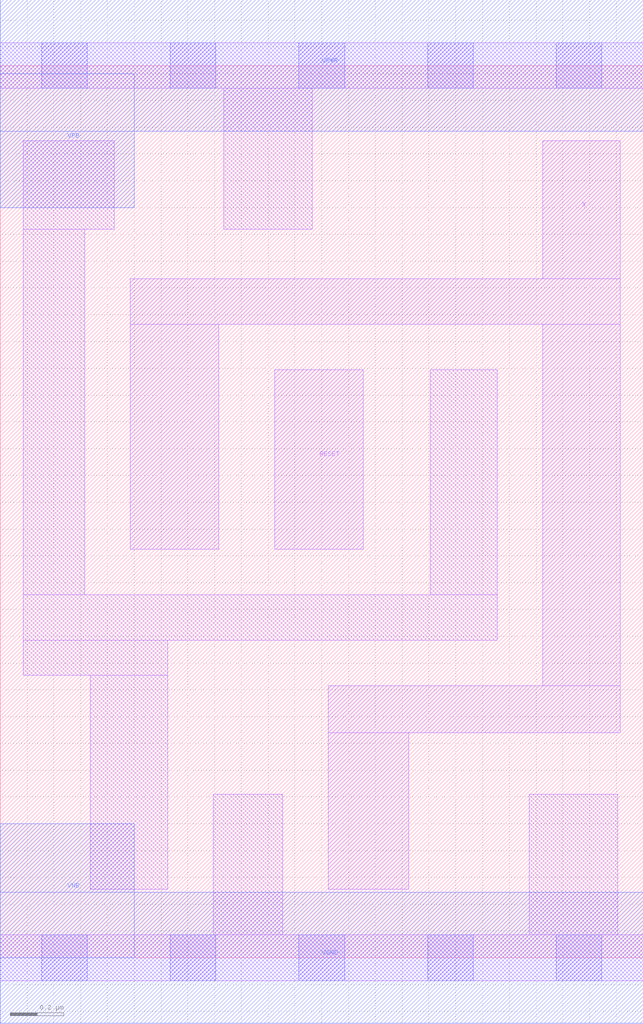
<source format=lef>
# Copyright 2020 The SkyWater PDK Authors
#
# Licensed under the Apache License, Version 2.0 (the "License");
# you may not use this file except in compliance with the License.
# You may obtain a copy of the License at
#
#     https://www.apache.org/licenses/LICENSE-2.0
#
# Unless required by applicable law or agreed to in writing, software
# distributed under the License is distributed on an "AS IS" BASIS,
# WITHOUT WARRANTIES OR CONDITIONS OF ANY KIND, either express or implied.
# See the License for the specific language governing permissions and
# limitations under the License.
#
# SPDX-License-Identifier: Apache-2.0

VERSION 5.5 ;
NAMESCASESENSITIVE ON ;
BUSBITCHARS "[]" ;
DIVIDERCHAR "/" ;
MACRO sky130_fd_sc_lp__bushold0_1
  CLASS CORE ;
  SOURCE USER ;
  ORIGIN  0.000000  0.000000 ;
  SIZE  2.400000 BY  3.330000 ;
  SYMMETRY X Y ;
  SITE unit ;
  PIN RESET
    ANTENNAGATEAREA  0.126000 ;
    DIRECTION INPUT ;
    USE SIGNAL ;
    PORT
      LAYER li1 ;
        RECT 1.025000 1.525000 1.355000 2.195000 ;
    END
  END RESET
  PIN X
    ANTENNAGATEAREA  0.126000 ;
    DIRECTION INOUT ;
    USE SIGNAL ;
    PORT
      LAYER li1 ;
        RECT 0.485000 1.525000 0.815000 2.365000 ;
        RECT 0.485000 2.365000 2.315000 2.535000 ;
        RECT 1.225000 0.255000 1.525000 0.840000 ;
        RECT 1.225000 0.840000 2.315000 1.015000 ;
        RECT 2.025000 1.015000 2.315000 2.365000 ;
        RECT 2.025000 2.535000 2.315000 3.050000 ;
    END
  END X
  PIN VGND
    DIRECTION INOUT ;
    USE GROUND ;
    PORT
      LAYER met1 ;
        RECT 0.000000 -0.245000 2.400000 0.245000 ;
    END
  END VGND
  PIN VNB
    DIRECTION INOUT ;
    USE GROUND ;
    PORT
      LAYER met1 ;
        RECT 0.000000 0.000000 0.500000 0.500000 ;
    END
  END VNB
  PIN VPB
    DIRECTION INOUT ;
    USE POWER ;
    PORT
      LAYER met1 ;
        RECT 0.000000 2.800000 0.500000 3.300000 ;
    END
  END VPB
  PIN VPWR
    DIRECTION INOUT ;
    USE POWER ;
    PORT
      LAYER met1 ;
        RECT 0.000000 3.085000 2.400000 3.575000 ;
    END
  END VPWR
  OBS
    LAYER li1 ;
      RECT 0.000000 -0.085000 2.400000 0.085000 ;
      RECT 0.000000  3.245000 2.400000 3.415000 ;
      RECT 0.085000  1.055000 0.625000 1.185000 ;
      RECT 0.085000  1.185000 1.855000 1.355000 ;
      RECT 0.085000  1.355000 0.315000 2.720000 ;
      RECT 0.085000  2.720000 0.425000 3.050000 ;
      RECT 0.335000  0.255000 0.625000 1.055000 ;
      RECT 0.795000  0.085000 1.055000 0.610000 ;
      RECT 0.835000  2.720000 1.165000 3.245000 ;
      RECT 1.605000  1.355000 1.855000 2.195000 ;
      RECT 1.975000  0.085000 2.305000 0.610000 ;
    LAYER mcon ;
      RECT 0.155000 -0.085000 0.325000 0.085000 ;
      RECT 0.155000  3.245000 0.325000 3.415000 ;
      RECT 0.635000 -0.085000 0.805000 0.085000 ;
      RECT 0.635000  3.245000 0.805000 3.415000 ;
      RECT 1.115000 -0.085000 1.285000 0.085000 ;
      RECT 1.115000  3.245000 1.285000 3.415000 ;
      RECT 1.595000 -0.085000 1.765000 0.085000 ;
      RECT 1.595000  3.245000 1.765000 3.415000 ;
      RECT 2.075000 -0.085000 2.245000 0.085000 ;
      RECT 2.075000  3.245000 2.245000 3.415000 ;
  END
END sky130_fd_sc_lp__bushold0_1
END LIBRARY

</source>
